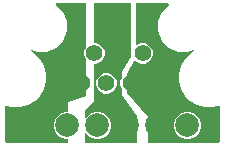
<source format=gbr>
G04 EAGLE Gerber X2 export*
%TF.Part,Single*%
%TF.FileFunction,Copper,L1,Top,Mixed*%
%TF.FilePolarity,Positive*%
%TF.GenerationSoftware,Autodesk,EAGLE,8.6.0*%
%TF.CreationDate,2018-01-28T06:29:07Z*%
G75*
%MOMM*%
%FSLAX34Y34*%
%LPD*%
%AMOC8*
5,1,8,0,0,1.08239X$1,22.5*%
G01*
%ADD10C,1.408000*%
%ADD11C,2.000000*%

G36*
X191536Y10926D02*
X191536Y10926D01*
X191555Y10924D01*
X191657Y10946D01*
X191759Y10962D01*
X191776Y10972D01*
X191796Y10976D01*
X191885Y11029D01*
X191976Y11078D01*
X191990Y11092D01*
X192007Y11102D01*
X192074Y11181D01*
X192146Y11256D01*
X192154Y11274D01*
X192167Y11289D01*
X192206Y11385D01*
X192249Y11479D01*
X192251Y11499D01*
X192259Y11517D01*
X192277Y11684D01*
X192277Y41518D01*
X192258Y41635D01*
X192240Y41752D01*
X192238Y41756D01*
X192238Y41760D01*
X192182Y41866D01*
X192127Y41971D01*
X192124Y41974D01*
X192122Y41978D01*
X192036Y42060D01*
X191951Y42142D01*
X191947Y42144D01*
X191944Y42147D01*
X191836Y42197D01*
X191729Y42248D01*
X191725Y42249D01*
X191721Y42251D01*
X191604Y42264D01*
X191485Y42278D01*
X191480Y42277D01*
X191477Y42278D01*
X191463Y42275D01*
X191319Y42253D01*
X186192Y40879D01*
X179568Y40879D01*
X173168Y42594D01*
X167431Y45906D01*
X162746Y50591D01*
X159434Y56328D01*
X157719Y62727D01*
X157719Y69352D01*
X159434Y75752D01*
X162746Y81489D01*
X167431Y86174D01*
X170590Y87998D01*
X170647Y88044D01*
X170710Y88083D01*
X170742Y88122D01*
X170780Y88153D01*
X170820Y88216D01*
X170867Y88273D01*
X170885Y88319D01*
X170911Y88362D01*
X170928Y88433D01*
X170955Y88502D01*
X170957Y88552D01*
X170969Y88601D01*
X170962Y88674D01*
X170965Y88748D01*
X170951Y88796D01*
X170947Y88846D01*
X170917Y88913D01*
X170897Y88984D01*
X170868Y89025D01*
X170848Y89071D01*
X170798Y89126D01*
X170756Y89186D01*
X170716Y89216D01*
X170683Y89253D01*
X170618Y89289D01*
X170559Y89333D01*
X170512Y89348D01*
X170468Y89373D01*
X170395Y89386D01*
X170325Y89409D01*
X170275Y89409D01*
X170226Y89418D01*
X170153Y89408D01*
X170079Y89407D01*
X170014Y89388D01*
X169982Y89383D01*
X169951Y89370D01*
X169918Y89360D01*
X165909Y87699D01*
X157291Y87699D01*
X149330Y90997D01*
X143237Y97090D01*
X139939Y105051D01*
X139939Y113669D01*
X143237Y121630D01*
X149085Y127478D01*
X149127Y127536D01*
X149176Y127588D01*
X149198Y127635D01*
X149228Y127677D01*
X149249Y127746D01*
X149280Y127811D01*
X149285Y127863D01*
X149301Y127913D01*
X149299Y127984D01*
X149307Y128055D01*
X149296Y128106D01*
X149294Y128158D01*
X149270Y128226D01*
X149255Y128296D01*
X149228Y128341D01*
X149210Y128389D01*
X149165Y128445D01*
X149128Y128507D01*
X149089Y128541D01*
X149056Y128581D01*
X148996Y128620D01*
X148941Y128667D01*
X148893Y128686D01*
X148849Y128714D01*
X148780Y128732D01*
X148713Y128759D01*
X148642Y128767D01*
X148611Y128775D01*
X148587Y128773D01*
X148547Y128777D01*
X121920Y128777D01*
X121900Y128774D01*
X121881Y128776D01*
X121779Y128754D01*
X121677Y128738D01*
X121660Y128728D01*
X121640Y128724D01*
X121551Y128671D01*
X121460Y128622D01*
X121446Y128608D01*
X121429Y128598D01*
X121362Y128519D01*
X121291Y128444D01*
X121282Y128426D01*
X121269Y128411D01*
X121230Y128315D01*
X121187Y128221D01*
X121185Y128201D01*
X121177Y128183D01*
X121159Y128016D01*
X121159Y94309D01*
X121166Y94264D01*
X121164Y94218D01*
X121186Y94143D01*
X121199Y94066D01*
X121220Y94025D01*
X121233Y93981D01*
X121277Y93917D01*
X121314Y93849D01*
X121347Y93817D01*
X121373Y93779D01*
X121436Y93733D01*
X121492Y93679D01*
X121534Y93660D01*
X121570Y93633D01*
X121644Y93608D01*
X121715Y93576D01*
X121761Y93571D01*
X121804Y93556D01*
X121882Y93557D01*
X121959Y93549D01*
X122004Y93558D01*
X122050Y93559D01*
X122182Y93597D01*
X122200Y93601D01*
X122204Y93603D01*
X122211Y93605D01*
X125396Y94925D01*
X128804Y94925D01*
X131952Y93621D01*
X134361Y91212D01*
X135665Y88064D01*
X135665Y84656D01*
X134361Y81508D01*
X131952Y79099D01*
X128804Y77795D01*
X125396Y77795D01*
X122248Y79099D01*
X121360Y79988D01*
X121271Y80052D01*
X121231Y80086D01*
X121220Y80090D01*
X121179Y80122D01*
X121169Y80125D01*
X121160Y80131D01*
X121053Y80164D01*
X120946Y80200D01*
X120935Y80200D01*
X120925Y80204D01*
X120813Y80201D01*
X120700Y80201D01*
X120690Y80198D01*
X120679Y80197D01*
X120573Y80158D01*
X120467Y80123D01*
X120458Y80116D01*
X120448Y80113D01*
X120372Y80052D01*
X120353Y80042D01*
X120337Y80025D01*
X120270Y79975D01*
X120263Y79964D01*
X120256Y79959D01*
X120242Y79938D01*
X120195Y79875D01*
X120184Y79863D01*
X120180Y79856D01*
X120169Y79841D01*
X113647Y68972D01*
X113603Y68859D01*
X113557Y68747D01*
X113557Y68745D01*
X113556Y68743D01*
X113556Y68736D01*
X113539Y68580D01*
X113539Y53340D01*
X113549Y53275D01*
X113550Y53209D01*
X113569Y53154D01*
X113579Y53097D01*
X113609Y53039D01*
X113631Y52976D01*
X113678Y52909D01*
X113694Y52880D01*
X113708Y52866D01*
X113727Y52839D01*
X131319Y32734D01*
X131319Y11684D01*
X131322Y11664D01*
X131320Y11645D01*
X131342Y11543D01*
X131359Y11441D01*
X131368Y11424D01*
X131372Y11404D01*
X131425Y11315D01*
X131474Y11224D01*
X131488Y11210D01*
X131498Y11193D01*
X131577Y11126D01*
X131652Y11054D01*
X131670Y11046D01*
X131685Y11033D01*
X131781Y10994D01*
X131875Y10951D01*
X131895Y10949D01*
X131913Y10941D01*
X132080Y10923D01*
X191516Y10923D01*
X191536Y10926D01*
G37*
G36*
X63520Y10926D02*
X63520Y10926D01*
X63539Y10924D01*
X63641Y10946D01*
X63743Y10962D01*
X63760Y10972D01*
X63780Y10976D01*
X63869Y11029D01*
X63960Y11078D01*
X63974Y11092D01*
X63991Y11102D01*
X64058Y11181D01*
X64130Y11256D01*
X64138Y11274D01*
X64151Y11289D01*
X64190Y11385D01*
X64233Y11479D01*
X64235Y11499D01*
X64243Y11517D01*
X64261Y11684D01*
X64261Y13114D01*
X64258Y13134D01*
X64260Y13153D01*
X64238Y13255D01*
X64222Y13357D01*
X64212Y13374D01*
X64208Y13394D01*
X64155Y13483D01*
X64106Y13574D01*
X64092Y13588D01*
X64082Y13605D01*
X64003Y13672D01*
X63928Y13744D01*
X63910Y13752D01*
X63895Y13765D01*
X63799Y13804D01*
X63705Y13847D01*
X63685Y13849D01*
X63667Y13857D01*
X63500Y13875D01*
X61208Y13875D01*
X56972Y15630D01*
X53730Y18872D01*
X51975Y23108D01*
X51975Y27692D01*
X53730Y31928D01*
X56972Y35170D01*
X61208Y36925D01*
X63500Y36925D01*
X63520Y36928D01*
X63539Y36926D01*
X63641Y36948D01*
X63743Y36964D01*
X63760Y36974D01*
X63780Y36978D01*
X63869Y37031D01*
X63960Y37080D01*
X63974Y37094D01*
X63991Y37104D01*
X64058Y37183D01*
X64130Y37258D01*
X64138Y37276D01*
X64151Y37291D01*
X64190Y37387D01*
X64233Y37481D01*
X64235Y37501D01*
X64243Y37519D01*
X64261Y37686D01*
X64261Y45171D01*
X78981Y50078D01*
X78999Y50088D01*
X79020Y50092D01*
X79108Y50145D01*
X79198Y50192D01*
X79213Y50207D01*
X79231Y50218D01*
X79298Y50296D01*
X79368Y50370D01*
X79377Y50389D01*
X79391Y50405D01*
X79429Y50500D01*
X79473Y50593D01*
X79475Y50614D01*
X79483Y50633D01*
X79501Y50800D01*
X79501Y80731D01*
X79487Y80821D01*
X79479Y80912D01*
X79467Y80942D01*
X79462Y80974D01*
X79419Y81054D01*
X79383Y81138D01*
X79357Y81171D01*
X79346Y81191D01*
X79323Y81213D01*
X79278Y81269D01*
X79039Y81508D01*
X77735Y84656D01*
X77735Y88064D01*
X79039Y91212D01*
X79278Y91451D01*
X79331Y91525D01*
X79391Y91594D01*
X79403Y91624D01*
X79422Y91650D01*
X79449Y91737D01*
X79483Y91822D01*
X79487Y91863D01*
X79494Y91885D01*
X79493Y91918D01*
X79501Y91989D01*
X79501Y128016D01*
X79498Y128036D01*
X79500Y128055D01*
X79478Y128157D01*
X79461Y128259D01*
X79452Y128276D01*
X79448Y128296D01*
X79395Y128385D01*
X79346Y128476D01*
X79332Y128490D01*
X79322Y128507D01*
X79243Y128574D01*
X79168Y128646D01*
X79150Y128654D01*
X79135Y128667D01*
X79039Y128706D01*
X78945Y128749D01*
X78925Y128751D01*
X78907Y128759D01*
X78740Y128777D01*
X54653Y128777D01*
X54583Y128766D01*
X54511Y128764D01*
X54462Y128746D01*
X54411Y128738D01*
X54347Y128704D01*
X54280Y128679D01*
X54239Y128647D01*
X54193Y128622D01*
X54144Y128570D01*
X54088Y128526D01*
X54060Y128482D01*
X54024Y128444D01*
X53994Y128379D01*
X53955Y128319D01*
X53942Y128268D01*
X53920Y128221D01*
X53912Y128150D01*
X53895Y128080D01*
X53899Y128028D01*
X53893Y127977D01*
X53908Y127906D01*
X53914Y127835D01*
X53934Y127787D01*
X53945Y127736D01*
X53982Y127675D01*
X54010Y127609D01*
X54055Y127553D01*
X54072Y127525D01*
X54089Y127510D01*
X54115Y127478D01*
X59963Y121630D01*
X63261Y113669D01*
X63261Y105051D01*
X59963Y97090D01*
X53870Y90997D01*
X45909Y87699D01*
X37291Y87699D01*
X33282Y89360D01*
X33210Y89377D01*
X33141Y89403D01*
X33091Y89405D01*
X33042Y89416D01*
X32969Y89409D01*
X32895Y89412D01*
X32847Y89398D01*
X32798Y89393D01*
X32730Y89363D01*
X32659Y89342D01*
X32618Y89313D01*
X32573Y89293D01*
X32518Y89243D01*
X32458Y89201D01*
X32429Y89161D01*
X32392Y89127D01*
X32356Y89062D01*
X32312Y89003D01*
X32297Y88955D01*
X32273Y88911D01*
X32260Y88839D01*
X32238Y88768D01*
X32238Y88718D01*
X32229Y88669D01*
X32240Y88596D01*
X32241Y88522D01*
X32258Y88475D01*
X32265Y88426D01*
X32299Y88360D01*
X32323Y88291D01*
X32354Y88251D01*
X32377Y88207D01*
X32429Y88155D01*
X32475Y88097D01*
X32530Y88057D01*
X32552Y88034D01*
X32582Y88018D01*
X32610Y87998D01*
X35769Y86174D01*
X40454Y81489D01*
X43766Y75752D01*
X45481Y69352D01*
X45481Y62727D01*
X43766Y56328D01*
X40454Y50591D01*
X35769Y45906D01*
X30032Y42594D01*
X23632Y40879D01*
X17008Y40879D01*
X11881Y42253D01*
X11762Y42265D01*
X11645Y42278D01*
X11640Y42277D01*
X11636Y42277D01*
X11521Y42251D01*
X11404Y42226D01*
X11401Y42223D01*
X11396Y42222D01*
X11295Y42160D01*
X11193Y42099D01*
X11190Y42096D01*
X11187Y42094D01*
X11110Y42003D01*
X11033Y41912D01*
X11032Y41909D01*
X11029Y41905D01*
X10986Y41795D01*
X10941Y41684D01*
X10941Y41679D01*
X10939Y41676D01*
X10939Y41663D01*
X10923Y41518D01*
X10923Y11684D01*
X10926Y11664D01*
X10924Y11645D01*
X10946Y11543D01*
X10962Y11441D01*
X10972Y11424D01*
X10976Y11404D01*
X11029Y11315D01*
X11078Y11224D01*
X11092Y11210D01*
X11102Y11193D01*
X11181Y11126D01*
X11256Y11054D01*
X11274Y11046D01*
X11289Y11033D01*
X11385Y10994D01*
X11479Y10951D01*
X11499Y10949D01*
X11517Y10941D01*
X11684Y10923D01*
X63500Y10923D01*
X63520Y10926D01*
G37*
G36*
X121940Y10926D02*
X121940Y10926D01*
X121959Y10924D01*
X122061Y10946D01*
X122163Y10962D01*
X122180Y10972D01*
X122200Y10976D01*
X122289Y11029D01*
X122380Y11078D01*
X122394Y11092D01*
X122411Y11102D01*
X122478Y11181D01*
X122550Y11256D01*
X122558Y11274D01*
X122571Y11289D01*
X122610Y11385D01*
X122653Y11479D01*
X122655Y11499D01*
X122663Y11517D01*
X122681Y11684D01*
X122681Y33020D01*
X122679Y33031D01*
X122680Y33038D01*
X122677Y33053D01*
X122679Y33077D01*
X122657Y33169D01*
X122642Y33263D01*
X122628Y33288D01*
X122621Y33316D01*
X122539Y33462D01*
X109981Y51044D01*
X109981Y55451D01*
X109967Y55541D01*
X109959Y55632D01*
X109947Y55662D01*
X109942Y55694D01*
X109899Y55774D01*
X109863Y55858D01*
X109837Y55891D01*
X109826Y55911D01*
X109803Y55933D01*
X109758Y55989D01*
X109639Y56108D01*
X108335Y59256D01*
X108335Y62664D01*
X109639Y65812D01*
X109758Y65931D01*
X109811Y66005D01*
X109871Y66074D01*
X109883Y66104D01*
X109902Y66130D01*
X109929Y66218D01*
X109963Y66302D01*
X109967Y66343D01*
X109974Y66365D01*
X109973Y66398D01*
X109981Y66469D01*
X109981Y70909D01*
X117493Y83428D01*
X117537Y83541D01*
X117583Y83653D01*
X117583Y83656D01*
X117584Y83657D01*
X117584Y83664D01*
X117601Y83820D01*
X117601Y128016D01*
X117598Y128036D01*
X117600Y128055D01*
X117578Y128157D01*
X117562Y128259D01*
X117552Y128276D01*
X117548Y128296D01*
X117495Y128385D01*
X117446Y128476D01*
X117432Y128490D01*
X117422Y128507D01*
X117343Y128574D01*
X117268Y128646D01*
X117250Y128654D01*
X117235Y128667D01*
X117139Y128706D01*
X117045Y128749D01*
X117025Y128751D01*
X117007Y128759D01*
X116840Y128777D01*
X86360Y128777D01*
X86340Y128774D01*
X86321Y128776D01*
X86219Y128754D01*
X86117Y128738D01*
X86100Y128728D01*
X86080Y128724D01*
X85991Y128671D01*
X85900Y128622D01*
X85886Y128608D01*
X85869Y128598D01*
X85802Y128519D01*
X85731Y128444D01*
X85722Y128426D01*
X85709Y128411D01*
X85670Y128315D01*
X85627Y128221D01*
X85625Y128201D01*
X85617Y128183D01*
X85599Y128016D01*
X85599Y95686D01*
X85602Y95666D01*
X85600Y95647D01*
X85622Y95545D01*
X85639Y95443D01*
X85648Y95426D01*
X85652Y95406D01*
X85705Y95317D01*
X85754Y95226D01*
X85768Y95212D01*
X85778Y95195D01*
X85857Y95128D01*
X85932Y95056D01*
X85950Y95048D01*
X85965Y95035D01*
X86061Y94996D01*
X86155Y94953D01*
X86175Y94951D01*
X86193Y94943D01*
X86360Y94925D01*
X88004Y94925D01*
X91152Y93621D01*
X93561Y91212D01*
X94865Y88064D01*
X94865Y84656D01*
X93561Y81508D01*
X91152Y79099D01*
X88004Y77795D01*
X86360Y77795D01*
X86340Y77792D01*
X86321Y77794D01*
X86219Y77772D01*
X86117Y77756D01*
X86100Y77746D01*
X86080Y77742D01*
X85991Y77689D01*
X85900Y77640D01*
X85886Y77626D01*
X85869Y77616D01*
X85802Y77537D01*
X85731Y77462D01*
X85722Y77444D01*
X85709Y77429D01*
X85670Y77333D01*
X85627Y77239D01*
X85625Y77219D01*
X85617Y77201D01*
X85599Y77034D01*
X85599Y46035D01*
X78202Y38638D01*
X78149Y38564D01*
X78089Y38495D01*
X78077Y38465D01*
X78058Y38439D01*
X78031Y38352D01*
X77997Y38267D01*
X77993Y38226D01*
X77986Y38203D01*
X77987Y38171D01*
X77979Y38100D01*
X77979Y32615D01*
X77990Y32544D01*
X77992Y32473D01*
X78010Y32424D01*
X78019Y32372D01*
X78052Y32309D01*
X78077Y32242D01*
X78109Y32201D01*
X78134Y32155D01*
X78186Y32106D01*
X78230Y32050D01*
X78274Y32021D01*
X78312Y31985D01*
X78377Y31955D01*
X78437Y31917D01*
X78488Y31904D01*
X78535Y31882D01*
X78606Y31874D01*
X78676Y31856D01*
X78728Y31861D01*
X78779Y31855D01*
X78850Y31870D01*
X78921Y31876D01*
X78969Y31896D01*
X79020Y31907D01*
X79081Y31944D01*
X79147Y31972D01*
X79203Y32017D01*
X79231Y32033D01*
X79246Y32051D01*
X79278Y32077D01*
X82372Y35170D01*
X86608Y36925D01*
X91192Y36925D01*
X95428Y35170D01*
X98670Y31928D01*
X100425Y27692D01*
X100425Y23108D01*
X98670Y18872D01*
X95428Y15630D01*
X91192Y13875D01*
X86608Y13875D01*
X82372Y15630D01*
X79278Y18723D01*
X79220Y18765D01*
X79168Y18815D01*
X79121Y18836D01*
X79079Y18867D01*
X79010Y18888D01*
X78945Y18918D01*
X78893Y18924D01*
X78843Y18939D01*
X78772Y18937D01*
X78701Y18945D01*
X78650Y18934D01*
X78598Y18933D01*
X78530Y18908D01*
X78460Y18893D01*
X78416Y18866D01*
X78367Y18848D01*
X78311Y18804D01*
X78249Y18767D01*
X78215Y18727D01*
X78175Y18695D01*
X78136Y18634D01*
X78089Y18580D01*
X78070Y18532D01*
X78042Y18488D01*
X78024Y18418D01*
X77997Y18352D01*
X77989Y18280D01*
X77981Y18249D01*
X77983Y18226D01*
X77979Y18185D01*
X77979Y11684D01*
X77982Y11664D01*
X77980Y11645D01*
X78002Y11543D01*
X78019Y11441D01*
X78028Y11424D01*
X78032Y11404D01*
X78085Y11315D01*
X78134Y11224D01*
X78148Y11210D01*
X78158Y11193D01*
X78237Y11126D01*
X78312Y11054D01*
X78330Y11046D01*
X78345Y11033D01*
X78441Y10994D01*
X78535Y10951D01*
X78555Y10949D01*
X78573Y10941D01*
X78740Y10923D01*
X121920Y10923D01*
X121940Y10926D01*
G37*
%LPC*%
G36*
X162808Y13875D02*
X162808Y13875D01*
X158572Y15630D01*
X155330Y18872D01*
X153575Y23108D01*
X153575Y27692D01*
X155330Y31928D01*
X158572Y35170D01*
X162808Y36925D01*
X167392Y36925D01*
X171628Y35170D01*
X174870Y31928D01*
X176625Y27692D01*
X176625Y23108D01*
X174870Y18872D01*
X171628Y15630D01*
X167392Y13875D01*
X162808Y13875D01*
G37*
%LPD*%
%LPC*%
G36*
X94796Y52395D02*
X94796Y52395D01*
X91648Y53699D01*
X89239Y56108D01*
X87935Y59256D01*
X87935Y62664D01*
X89239Y65812D01*
X91648Y68221D01*
X94796Y69525D01*
X98204Y69525D01*
X101352Y68221D01*
X103761Y65812D01*
X105065Y62664D01*
X105065Y59256D01*
X103761Y56108D01*
X101352Y53699D01*
X98204Y52395D01*
X94796Y52395D01*
G37*
%LPD*%
D10*
X106700Y86360D03*
X96500Y60960D03*
X116900Y60960D03*
X127100Y86360D03*
X86300Y86360D03*
X76100Y60960D03*
D11*
X63500Y25400D03*
X114300Y25400D03*
X165100Y25400D03*
X38100Y25400D03*
X88900Y25400D03*
X139700Y25400D03*
M02*

</source>
